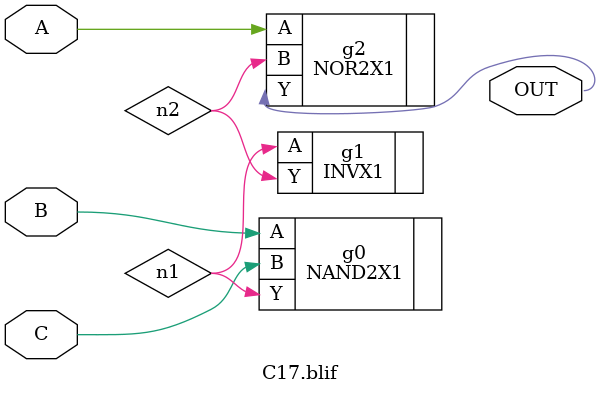
<source format=v>

module C17.blif ( 
    A, B, C, OUT );
  input  A, B, C;
  output OUT ;
  wire n1, n2;
  NAND2X1  g0(.A(B), .B(C), .Y(n1));
  INVX1    g1(.A(n1), .Y(n2)); 
  NOR2X1   g2(.A(A), .B(n2), .Y(OUT));
endmodule



</source>
